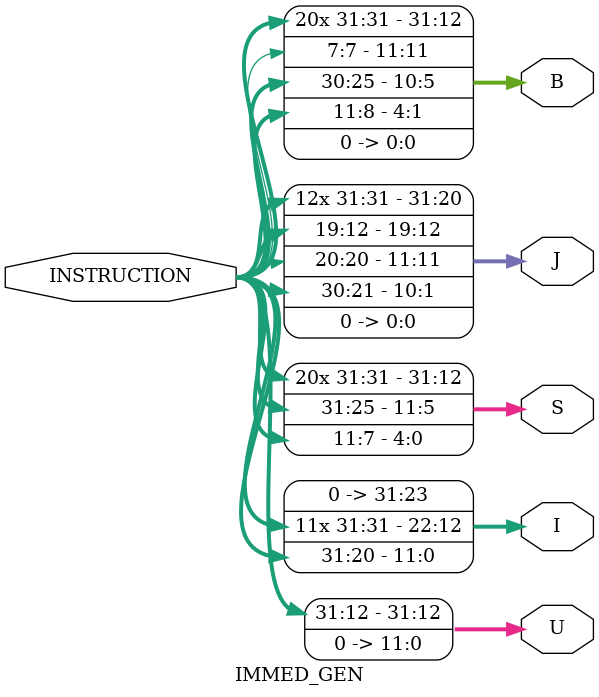
<source format=sv>
`timescale 1ns / 1ps


module IMMED_GEN(
    input [31:0] INSTRUCTION,
    output [31:0] U, I, S, J, B
    );
    
    assign U = {INSTRUCTION[31:12], 12'b0};
    assign I = {{12{INSTRUCTION[31]}}, INSTRUCTION[30:20]};
    assign S = {{21{INSTRUCTION[31]}}, INSTRUCTION[30:25], INSTRUCTION[11:7]};
    assign J = {{12{INSTRUCTION[31]}}, INSTRUCTION[19:12], INSTRUCTION[20], INSTRUCTION[30:21], 1'b0};
    assign B = {{20{INSTRUCTION[31]}}, INSTRUCTION[7], INSTRUCTION[30:25], INSTRUCTION[11:8], 1'b0};
    
endmodule

</source>
